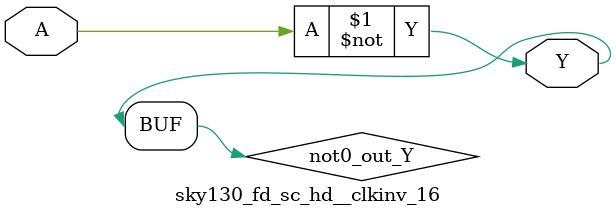
<source format=v>
/*
 * Copyright 2020 The SkyWater PDK Authors
 *
 * Licensed under the Apache License, Version 2.0 (the "License");
 * you may not use this file except in compliance with the License.
 * You may obtain a copy of the License at
 *
 *     https://www.apache.org/licenses/LICENSE-2.0
 *
 * Unless required by applicable law or agreed to in writing, software
 * distributed under the License is distributed on an "AS IS" BASIS,
 * WITHOUT WARRANTIES OR CONDITIONS OF ANY KIND, either express or implied.
 * See the License for the specific language governing permissions and
 * limitations under the License.
 *
 * SPDX-License-Identifier: Apache-2.0
*/


`ifndef SKY130_FD_SC_HD__CLKINV_16_FUNCTIONAL_V
`define SKY130_FD_SC_HD__CLKINV_16_FUNCTIONAL_V

/**
 * clkinv: Clock tree inverter.
 *
 * Verilog simulation functional model.
 */

`timescale 1ns / 1ps
`default_nettype none

`celldefine
module sky130_fd_sc_hd__clkinv_16 (
    Y,
    A
);

    // Module ports
    output Y;
    input  A;

    // Local signals
    wire not0_out_Y;

    //  Name  Output      Other arguments
    not not0 (not0_out_Y, A              );
    buf buf0 (Y         , not0_out_Y     );

endmodule
`endcelldefine

`default_nettype wire
`endif  // SKY130_FD_SC_HD__CLKINV_16_FUNCTIONAL_V

</source>
